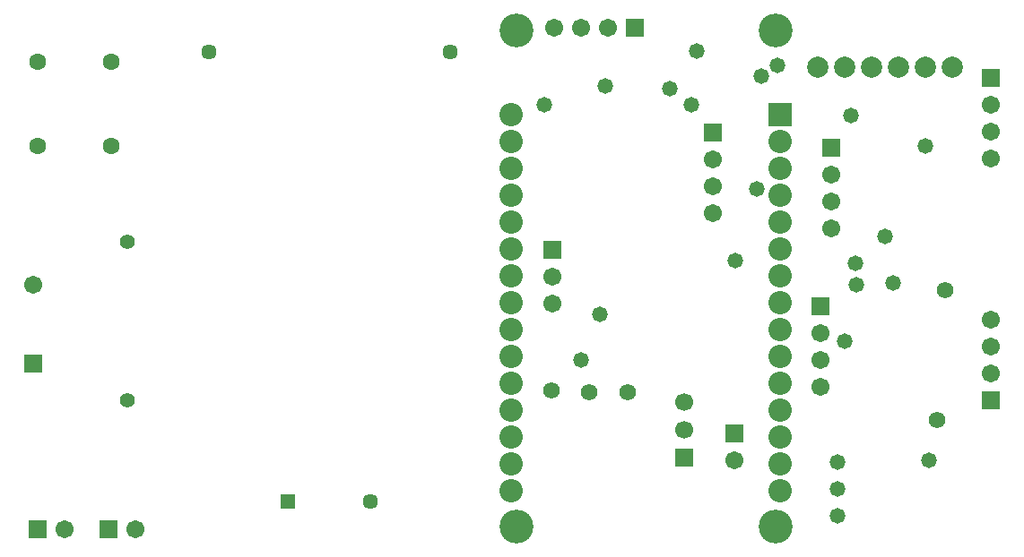
<source format=gbs>
G04*
G04 #@! TF.GenerationSoftware,Altium Limited,Altium Designer,20.0.2 (26)*
G04*
G04 Layer_Color=16711935*
%FSLAX44Y44*%
%MOMM*%
G71*
G01*
G75*
%ADD35C,1.6970*%
%ADD36R,1.6970X1.6970*%
%ADD37C,1.7040*%
%ADD38R,1.7040X1.7040*%
%ADD39C,1.5700*%
%ADD40C,1.4730*%
%ADD41R,1.7040X1.7040*%
%ADD42R,2.2040X2.2040*%
%ADD43C,2.2040*%
%ADD44C,3.2040*%
%ADD45C,2.0040*%
%ADD46C,1.6040*%
%ADD47C,1.4500*%
%ADD48R,1.4500X1.4500*%
%ADD49C,1.4040*%
%ADD50C,1.4740*%
D35*
X979170Y894680D02*
D03*
Y868680D02*
D03*
D36*
Y842680D02*
D03*
D37*
X1026160Y839470D02*
D03*
X1005840Y1073150D02*
D03*
Y1098550D02*
D03*
Y1123950D02*
D03*
X855980Y1248410D02*
D03*
X881380D02*
D03*
X906780D02*
D03*
X854710Y1013460D02*
D03*
Y988060D02*
D03*
X1268730Y1125220D02*
D03*
Y1150620D02*
D03*
Y1176020D02*
D03*
X1107440Y909320D02*
D03*
Y934720D02*
D03*
Y960120D02*
D03*
X1117600Y1059180D02*
D03*
Y1084580D02*
D03*
Y1109980D02*
D03*
X461010Y774700D02*
D03*
X393700D02*
D03*
X364490Y1005910D02*
D03*
X1268730Y972820D02*
D03*
Y947420D02*
D03*
Y922020D02*
D03*
D38*
X1026160Y864870D02*
D03*
X1005840Y1149350D02*
D03*
X854710Y1038860D02*
D03*
X1268730Y1201420D02*
D03*
X1107440Y985520D02*
D03*
X1117600Y1135380D02*
D03*
X364490Y930910D02*
D03*
X1268730Y896620D02*
D03*
D39*
X1217930Y877570D02*
D03*
X925830Y904240D02*
D03*
X1225550Y1000760D02*
D03*
X853440Y905510D02*
D03*
X889000Y904240D02*
D03*
D40*
X1123950Y838200D02*
D03*
Y812800D02*
D03*
Y787400D02*
D03*
D41*
X932180Y1248410D02*
D03*
X435610Y774700D02*
D03*
X368300D02*
D03*
D42*
X1069670Y1166870D02*
D03*
D43*
Y1141470D02*
D03*
Y1116070D02*
D03*
Y1090670D02*
D03*
Y1065270D02*
D03*
Y1039870D02*
D03*
Y1014470D02*
D03*
Y989070D02*
D03*
Y963670D02*
D03*
Y938270D02*
D03*
Y912870D02*
D03*
Y887470D02*
D03*
Y862070D02*
D03*
Y836670D02*
D03*
Y811270D02*
D03*
X815670Y1166870D02*
D03*
Y1141470D02*
D03*
Y1116070D02*
D03*
Y1090670D02*
D03*
Y1065270D02*
D03*
Y1039870D02*
D03*
Y1014470D02*
D03*
Y989070D02*
D03*
Y963670D02*
D03*
Y938270D02*
D03*
Y912870D02*
D03*
Y887470D02*
D03*
Y862070D02*
D03*
Y836670D02*
D03*
Y811270D02*
D03*
D44*
X1065470Y776970D02*
D03*
X820370D02*
D03*
Y1246470D02*
D03*
X1065470D02*
D03*
D45*
X1104900Y1211580D02*
D03*
X1130300D02*
D03*
X1155700D02*
D03*
X1181100D02*
D03*
X1206500D02*
D03*
X1231900D02*
D03*
D46*
X368300Y1216650D02*
D03*
X438300D02*
D03*
Y1136650D02*
D03*
X368300D02*
D03*
D47*
X757890Y1225960D02*
D03*
X529890D02*
D03*
X682890Y800960D02*
D03*
D48*
X604890D02*
D03*
D49*
X453390Y1046550D02*
D03*
Y896550D02*
D03*
D50*
X1047750Y1096010D02*
D03*
X990600Y1226820D02*
D03*
X1066800Y1212850D02*
D03*
X1168400Y1051560D02*
D03*
X1206500Y1136650D02*
D03*
X1130300Y952500D02*
D03*
X1176020Y1007110D02*
D03*
X1141730Y1005840D02*
D03*
X1140460Y1026160D02*
D03*
X1051560Y1202690D02*
D03*
X985520Y1176020D02*
D03*
X1136650Y1165860D02*
D03*
X965200Y1191260D02*
D03*
X904240Y1193800D02*
D03*
X1027430Y1028700D02*
D03*
X1210310Y839470D02*
D03*
X881380Y934720D02*
D03*
X899160Y977900D02*
D03*
X847090Y1176020D02*
D03*
M02*

</source>
